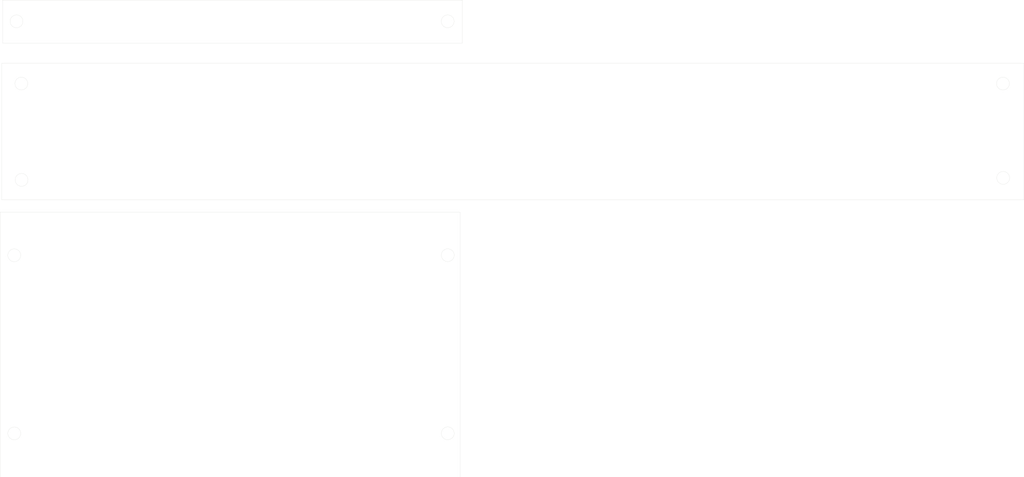
<source format=kicad_pcb>
(kicad_pcb
	(version 20241229)
	(generator "pcbnew")
	(generator_version "9.0")
	(general
		(thickness 1.6)
		(legacy_teardrops no)
	)
	(paper "A2")
	(layers
		(0 "F.Cu" signal)
		(2 "B.Cu" signal)
		(9 "F.Adhes" user "F.Adhesive")
		(11 "B.Adhes" user "B.Adhesive")
		(13 "F.Paste" user)
		(15 "B.Paste" user)
		(5 "F.SilkS" user "F.Silkscreen")
		(7 "B.SilkS" user "B.Silkscreen")
		(1 "F.Mask" user)
		(3 "B.Mask" user)
		(17 "Dwgs.User" user "User.Drawings")
		(19 "Cmts.User" user "User.Comments")
		(21 "Eco1.User" user "User.Eco1")
		(23 "Eco2.User" user "User.Eco2")
		(25 "Edge.Cuts" user)
		(27 "Margin" user)
		(31 "F.CrtYd" user "F.Courtyard")
		(29 "B.CrtYd" user "B.Courtyard")
		(35 "F.Fab" user)
		(33 "B.Fab" user)
		(39 "User.1" user)
		(41 "User.2" user)
		(43 "User.3" user)
		(45 "User.4" user)
	)
	(setup
		(pad_to_mask_clearance 0)
		(allow_soldermask_bridges_in_footprints no)
		(tenting front back)
		(pcbplotparams
			(layerselection 0x00000000_00000000_55555555_5755f5ff)
			(plot_on_all_layers_selection 0x00000000_00000000_00000000_00000000)
			(disableapertmacros no)
			(usegerberextensions no)
			(usegerberattributes yes)
			(usegerberadvancedattributes yes)
			(creategerberjobfile yes)
			(dashed_line_dash_ratio 12.000000)
			(dashed_line_gap_ratio 3.000000)
			(svgprecision 4)
			(plotframeref no)
			(mode 1)
			(useauxorigin no)
			(hpglpennumber 1)
			(hpglpenspeed 20)
			(hpglpendiameter 15.000000)
			(pdf_front_fp_property_popups yes)
			(pdf_back_fp_property_popups yes)
			(pdf_metadata yes)
			(pdf_single_document no)
			(dxfpolygonmode yes)
			(dxfimperialunits yes)
			(dxfusepcbnewfont yes)
			(psnegative no)
			(psa4output no)
			(plot_black_and_white yes)
			(sketchpadsonfab no)
			(plotpadnumbers no)
			(hidednponfab no)
			(sketchdnponfab yes)
			(crossoutdnponfab yes)
			(subtractmaskfromsilk no)
			(outputformat 1)
			(mirror no)
			(drillshape 1)
			(scaleselection 1)
			(outputdirectory "")
		)
	)
	(net 0 "")
	(gr_circle
		(center 360.825154 94.625)
		(end 362.525154 95.725)
		(stroke
			(width 0.05)
			(type default)
		)
		(fill no)
		(layer "Edge.Cuts")
		(uuid "08339778-b6bf-4027-9226-da3a2d09dad7")
	)
	(gr_circle
		(center 49.775154 45.275)
		(end 51.475154 46.375)
		(stroke
			(width 0.05)
			(type default)
		)
		(fill no)
		(layer "Edge.Cuts")
		(uuid "190b296a-d08d-4f3a-a37d-2318fcfe9ad4")
	)
	(gr_circle
		(center 49.075154 175.175)
		(end 50.775154 176.275)
		(stroke
			(width 0.05)
			(type default)
		)
		(fill no)
		(layer "Edge.Cuts")
		(uuid "2a0a7541-c90b-406c-b29b-4d286dcd747e")
	)
	(gr_circle
		(center 360.750154 64.9)
		(end 362.450154 66)
		(stroke
			(width 0.05)
			(type default)
		)
		(fill no)
		(layer "Edge.Cuts")
		(uuid "32429fd8-28b2-48f4-a3c7-0f0ef641d7bc")
	)
	(gr_circle
		(center 185.725154 175.15)
		(end 187.425154 176.25)
		(stroke
			(width 0.05)
			(type default)
		)
		(fill no)
		(layer "Edge.Cuts")
		(uuid "767f5823-117a-4347-a36e-5094aea4fb1e")
	)
	(gr_rect
		(start 45.075 58.5)
		(end 367.375 101.55)
		(stroke
			(width 0.05)
			(type default)
		)
		(fill no)
		(layer "Edge.Cuts")
		(uuid "83834b4e-52f5-4b93-b143-4ae1b3b478a5")
	)
	(gr_circle
		(center 185.700154 45.275)
		(end 187.400154 46.375)
		(stroke
			(width 0.05)
			(type default)
		)
		(fill no)
		(layer "Edge.Cuts")
		(uuid "ad29883f-4ae8-4660-88d4-ec50a8abf475")
	)
	(gr_circle
		(center 51.300154 64.9)
		(end 53.000154 66)
		(stroke
			(width 0.05)
			(type default)
		)
		(fill no)
		(layer "Edge.Cuts")
		(uuid "baaffe8e-83f4-404e-a8e9-cd52172f07c4")
	)
	(gr_rect
		(start 45.375 38.575)
		(end 190.35 52.125)
		(stroke
			(width 0.05)
			(type default)
		)
		(fill no)
		(layer "Edge.Cuts")
		(uuid "bdf21af7-d6e4-488c-ac92-a1b80a514fff")
	)
	(gr_circle
		(center 49.075154 119.025)
		(end 50.775154 120.125)
		(stroke
			(width 0.05)
			(type default)
		)
		(fill no)
		(layer "Edge.Cuts")
		(uuid "c9b7958f-5800-4e41-8822-67028e1dea46")
	)
	(gr_circle
		(center 185.725154 119)
		(end 187.425154 120.1)
		(stroke
			(width 0.05)
			(type default)
		)
		(fill no)
		(layer "Edge.Cuts")
		(uuid "c9f82f3e-aa0d-40d3-aba7-daf5a44f2d59")
	)
	(gr_rect
		(start 44.6 105.4)
		(end 189.6 188.95)
		(stroke
			(width 0.05)
			(type default)
		)
		(fill no)
		(layer "Edge.Cuts")
		(uuid "e1384168-cc67-46e2-b189-12c93afc552a")
	)
	(gr_circle
		(center 51.375154 95.25)
		(end 53.075154 96.35)
		(stroke
			(width 0.05)
			(type default)
		)
		(fill no)
		(layer "Edge.Cuts")
		(uuid "fb4b05ce-c52d-414f-bfe4-8802eebc6852")
	)
	(embedded_fonts no)
)

</source>
